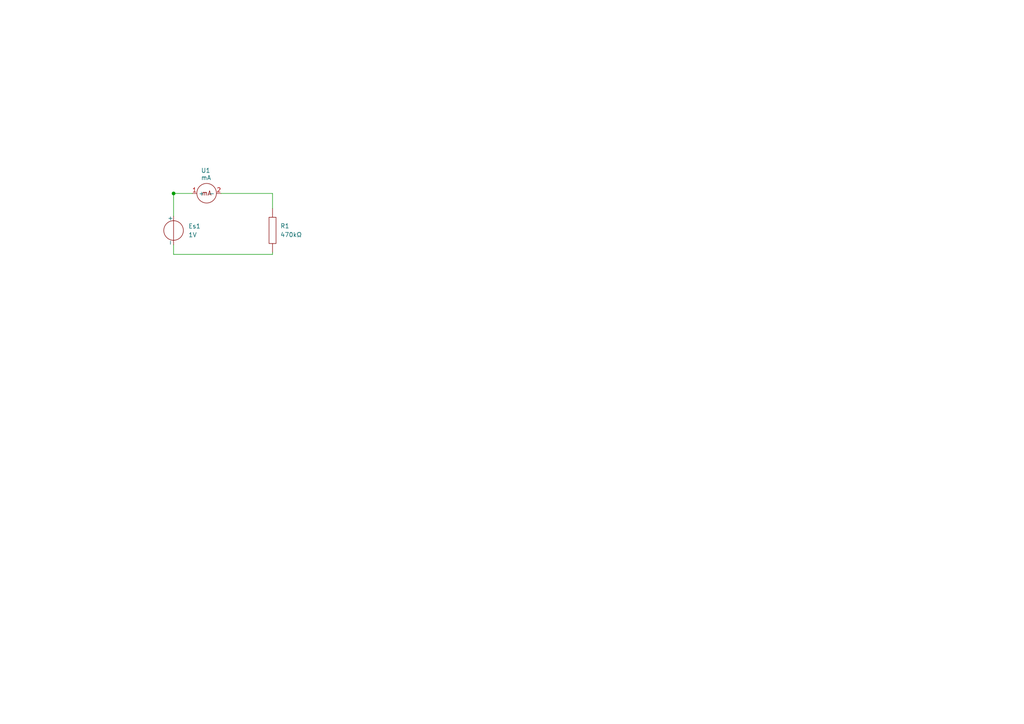
<source format=kicad_sch>
(kicad_sch (version 20211123) (generator eeschema)

  (uuid a85d2eb6-f61c-4424-a342-38b344847f77)

  (paper "A4")

  (lib_symbols
    (symbol "pspice:R" (pin_numbers hide) (pin_names (offset 0)) (in_bom yes) (on_board yes)
      (property "Reference" "R" (id 0) (at 2.032 0 90)
        (effects (font (size 1.27 1.27)))
      )
      (property "Value" "R" (id 1) (at 0 0 90)
        (effects (font (size 1.27 1.27)))
      )
      (property "Footprint" "" (id 2) (at 0 0 0)
        (effects (font (size 1.27 1.27)) hide)
      )
      (property "Datasheet" "~" (id 3) (at 0 0 0)
        (effects (font (size 1.27 1.27)) hide)
      )
      (property "ki_keywords" "resistor simulation" (id 4) (at 0 0 0)
        (effects (font (size 1.27 1.27)) hide)
      )
      (property "ki_description" "Resistor symbol for simulation only" (id 5) (at 0 0 0)
        (effects (font (size 1.27 1.27)) hide)
      )
      (symbol "R_0_1"
        (rectangle (start -1.016 3.81) (end 1.016 -3.81)
          (stroke (width 0) (type default) (color 0 0 0 0))
          (fill (type none))
        )
      )
      (symbol "R_1_1"
        (pin passive line (at 0 6.35 270) (length 2.54)
          (name "~" (effects (font (size 1.27 1.27))))
          (number "1" (effects (font (size 1.27 1.27))))
        )
        (pin passive line (at 0 -6.35 90) (length 2.54)
          (name "~" (effects (font (size 1.27 1.27))))
          (number "2" (effects (font (size 1.27 1.27))))
        )
      )
    )
    (symbol "test2021:Es" (pin_numbers hide) (pin_names (offset 0)) (in_bom yes) (on_board yes)
      (property "Reference" "V" (id 0) (at -3.5306 2.7178 0)
        (effects (font (size 1.27 1.27)))
      )
      (property "Value" "Es" (id 1) (at -2.9972 -3.3274 0)
        (effects (font (size 1.27 1.27)))
      )
      (property "Footprint" "" (id 2) (at -1.778 0 90)
        (effects (font (size 1.27 1.27)) hide)
      )
      (property "Datasheet" "~" (id 3) (at -3.5306 -1.0668 0)
        (effects (font (size 1.27 1.27)) hide)
      )
      (property "ki_keywords" "R res resistor" (id 4) (at 0 0 0)
        (effects (font (size 1.27 1.27)) hide)
      )
      (property "ki_description" "Resistor" (id 5) (at 0 0 0)
        (effects (font (size 1.27 1.27)) hide)
      )
      (property "ki_fp_filters" "R_*" (id 6) (at 0 0 0)
        (effects (font (size 1.27 1.27)) hide)
      )
      (symbol "Es_0_1"
        (polyline
          (pts
            (xy 0 2.8194)
            (xy 0 2.8194)
          )
          (stroke (width 0) (type default) (color 0 0 0 0))
          (fill (type none))
        )
        (polyline
          (pts
            (xy 0 2.8448)
            (xy 0 -2.8702)
          )
          (stroke (width 0) (type default) (color 0 0 0 0))
          (fill (type none))
        )
        (circle (center 0 0) (radius 2.8398)
          (stroke (width 0) (type default) (color 0 0 0 0))
          (fill (type none))
        )
      )
      (symbol "Es_1_1"
        (pin passive line (at 0 4.1402 270) (length 1.27)
          (name "+" (effects (font (size 1.27 1.27))))
          (number "1" (effects (font (size 1.27 1.27))))
        )
        (pin passive line (at 0 -4.1656 90) (length 1.27)
          (name "-" (effects (font (size 1.27 1.27))))
          (number "2" (effects (font (size 1.27 1.27))))
        )
      )
    )
    (symbol "test2021:mA" (in_bom yes) (on_board yes)
      (property "Reference" "U" (id 0) (at -1.1176 -3.556 0)
        (effects (font (size 1.27 1.27)))
      )
      (property "Value" "mA" (id 1) (at -4.6736 3.7592 0)
        (effects (font (size 1.27 1.27)))
      )
      (property "Footprint" "" (id 2) (at 0 0.0254 0)
        (effects (font (size 1.27 1.27)) hide)
      )
      (property "Datasheet" "" (id 3) (at 0 0.0254 0)
        (effects (font (size 1.27 1.27)) hide)
      )
      (symbol "mA_0_0"
        (text "mA" (at -0.1016 0.0508 0)
          (effects (font (size 1.27 1.27)))
        )
      )
      (symbol "mA_0_1"
        (circle (center -0.1143 0.0635) (radius 2.8398)
          (stroke (width 0) (type default) (color 0 0 0 0))
          (fill (type none))
        )
        (polyline
          (pts
            (xy -2.9337 0.0635)
            (xy -2.9337 0.0635)
          )
          (stroke (width 0) (type default) (color 0 0 0 0))
          (fill (type none))
        )
      )
      (symbol "mA_1_1"
        (pin passive line (at -4.2672 0 0) (length 1.27)
          (name "+" (effects (font (size 1.27 1.27))))
          (number "1" (effects (font (size 1.27 1.27))))
        )
        (pin passive line (at 4.064 0 180) (length 1.27)
          (name "-" (effects (font (size 1.27 1.27))))
          (number "2" (effects (font (size 1.27 1.27))))
        )
      )
    )
  )

  (junction (at 50.3428 56.1086) (diameter 0) (color 0 0 0 0)
    (uuid 8da226a8-bf0e-4eec-a554-d253f867e866)
  )

  (wire (pts (xy 50.3428 56.1086) (xy 50.3428 62.7126))
    (stroke (width 0) (type default) (color 0 0 0 0))
    (uuid 0669ea0f-848d-489d-9187-bda61522c014)
  )
  (wire (pts (xy 79.0448 73.1774) (xy 79.0448 73.787))
    (stroke (width 0) (type default) (color 0 0 0 0))
    (uuid 5d073dd4-1a36-455d-87a0-2c3addaad576)
  )
  (wire (pts (xy 79.0448 56.1086) (xy 79.0448 60.4774))
    (stroke (width 0) (type default) (color 0 0 0 0))
    (uuid 6ce42e4e-e980-4a21-8494-54bebf08802a)
  )
  (wire (pts (xy 50.3428 56.0832) (xy 50.3428 56.1086))
    (stroke (width 0) (type default) (color 0 0 0 0))
    (uuid 93c6df7d-4e2c-4f06-81c5-6409bc2953ff)
  )
  (wire (pts (xy 50.3428 71.0184) (xy 50.3428 73.787))
    (stroke (width 0) (type default) (color 0 0 0 0))
    (uuid a03c2813-2ae1-491f-bf3c-dc4a59da167f)
  )
  (wire (pts (xy 64.1096 56.1086) (xy 79.0448 56.1086))
    (stroke (width 0) (type default) (color 0 0 0 0))
    (uuid aaf0c0aa-f609-4249-a93b-cabac026c9e3)
  )
  (wire (pts (xy 50.3428 73.787) (xy 79.0448 73.787))
    (stroke (width 0) (type default) (color 0 0 0 0))
    (uuid c8b08f05-f6be-4537-a0f0-b66f01c08e13)
  )
  (wire (pts (xy 55.7784 56.1086) (xy 50.3428 56.1086))
    (stroke (width 0) (type default) (color 0 0 0 0))
    (uuid ca9222ca-a00c-48d0-afbd-54f46bf9d8cb)
  )

  (symbol (lib_id "test2021:Es") (at 50.3428 66.8528 0) (unit 1)
    (in_bom yes) (on_board yes) (fields_autoplaced)
    (uuid 1f33b713-37b9-4dc0-804d-f0f46c51593d)
    (property "Reference" "Es1" (id 0) (at 54.61 65.5954 0)
      (effects (font (size 1.27 1.27)) (justify left))
    )
    (property "Value" "1V" (id 1) (at 54.61 68.1354 0)
      (effects (font (size 1.27 1.27)) (justify left))
    )
    (property "Footprint" "test2021:Vs" (id 2) (at 48.5648 66.8528 90)
      (effects (font (size 1.27 1.27)) hide)
    )
    (property "Datasheet" "~" (id 3) (at 46.8122 67.9196 0)
      (effects (font (size 1.27 1.27)) hide)
    )
    (pin "1" (uuid df851888-7192-4c95-9afb-5f7f76ec7b64))
    (pin "2" (uuid 22919062-32ca-4023-98ef-474b7f417d6d))
  )

  (symbol (lib_id "test2021:mA") (at 60.0456 56.1086 0) (unit 1)
    (in_bom yes) (on_board yes)
    (uuid c934674b-22c8-489b-85b0-ff10cc1c543a)
    (property "Reference" "U1" (id 0) (at 59.6646 49.4538 0))
    (property "Value" "mA" (id 1) (at 59.7662 51.562 0))
    (property "Footprint" "test2021:Multimeter" (id 2) (at 60.0456 56.0832 0)
      (effects (font (size 1.27 1.27)) hide)
    )
    (property "Datasheet" "" (id 3) (at 60.0456 56.0832 0)
      (effects (font (size 1.27 1.27)) hide)
    )
    (pin "1" (uuid 14afb570-c576-4905-8434-ad6862d1a019))
    (pin "2" (uuid 5c39645b-10dd-484d-8af9-a0659959a03a))
  )

  (symbol (lib_id "pspice:R") (at 79.0448 66.8274 0) (unit 1)
    (in_bom yes) (on_board yes) (fields_autoplaced)
    (uuid e44d8f7b-f19c-4181-acf7-10fcca4aa1be)
    (property "Reference" "R1" (id 0) (at 81.28 65.5573 0)
      (effects (font (size 1.27 1.27)) (justify left))
    )
    (property "Value" "470kΩ" (id 1) (at 81.28 68.0973 0)
      (effects (font (size 1.27 1.27)) (justify left))
    )
    (property "Footprint" "test2021:R" (id 2) (at 79.0448 66.8274 0)
      (effects (font (size 1.27 1.27)) hide)
    )
    (property "Datasheet" "~" (id 3) (at 79.0448 66.8274 0)
      (effects (font (size 1.27 1.27)) hide)
    )
    (pin "1" (uuid 0a236f8a-ae4e-45bf-a063-6963236b3c31))
    (pin "2" (uuid f61a3f1c-febd-4dc4-a74e-4f7067462bfa))
  )

  (sheet_instances
    (path "/" (page "1"))
  )

  (symbol_instances
    (path "/1f33b713-37b9-4dc0-804d-f0f46c51593d"
      (reference "Es1") (unit 1) (value "1V") (footprint "test2021:Vs")
    )
    (path "/e44d8f7b-f19c-4181-acf7-10fcca4aa1be"
      (reference "R1") (unit 1) (value "470kΩ") (footprint "test2021:R")
    )
    (path "/c934674b-22c8-489b-85b0-ff10cc1c543a"
      (reference "U1") (unit 1) (value "mA") (footprint "test2021:Multimeter")
    )
  )
)

</source>
